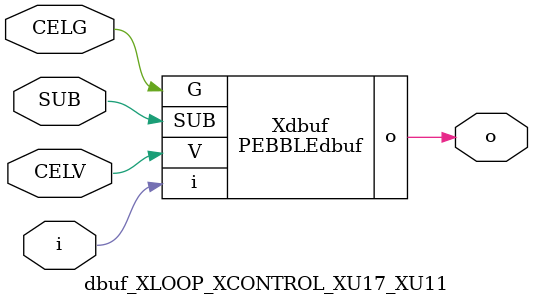
<source format=v>



module PEBBLEdbuf ( o, G, SUB, V, i );

  input V;
  input i;
  input G;
  output o;
  input SUB;
endmodule

//Celera Confidential Do Not Copy dbuf_XLOOP_XCONTROL_XU17_XU11
//Celera Confidential Symbol Generator
//Digital Buffer
module dbuf_XLOOP_XCONTROL_XU17_XU11 (CELV,CELG,i,o,SUB);
input CELV;
input CELG;
input i;
input SUB;
output o;

//Celera Confidential Do Not Copy dbuf
PEBBLEdbuf Xdbuf(
.V (CELV),
.i (i),
.o (o),
.SUB (SUB),
.G (CELG)
);
//,diesize,PEBBLEdbuf

//Celera Confidential Do Not Copy Module End
//Celera Schematic Generator
endmodule

</source>
